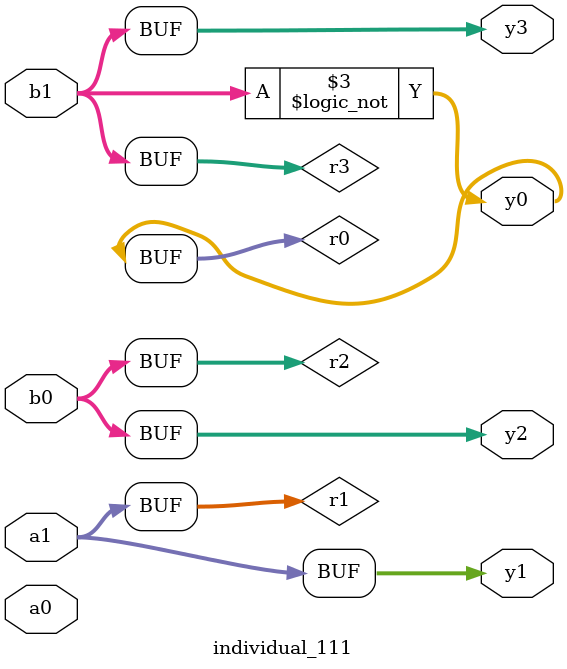
<source format=sv>
module individual_111(input logic [15:0] a1, input logic [15:0] a0, input logic [15:0] b1, input logic [15:0] b0, output logic [15:0] y3, output logic [15:0] y2, output logic [15:0] y1, output logic [15:0] y0);
logic [15:0] r0, r1, r2, r3; 
 always@(*) begin 
	 r0 = a0; r1 = a1; r2 = b0; r3 = b1; 
 	 r0  |=  r3 ;
 	 r0 = ! b1 ;
 	 y3 = r3; y2 = r2; y1 = r1; y0 = r0; 
end
endmodule
</source>
